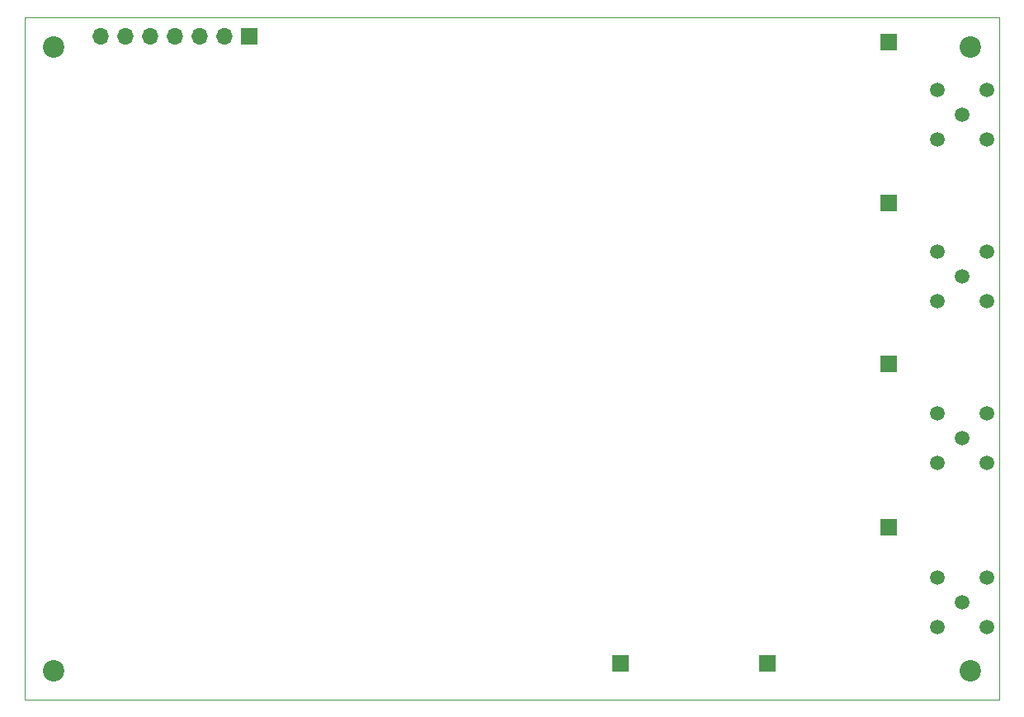
<source format=gbs>
G04 #@! TF.GenerationSoftware,KiCad,Pcbnew,(6.0.2)*
G04 #@! TF.CreationDate,2022-03-04T11:28:50+07:00*
G04 #@! TF.ProjectId,zeabus_hydrophone,7a656162-7573-45f6-9879-64726f70686f,3.1.0*
G04 #@! TF.SameCoordinates,Original*
G04 #@! TF.FileFunction,Soldermask,Bot*
G04 #@! TF.FilePolarity,Negative*
%FSLAX46Y46*%
G04 Gerber Fmt 4.6, Leading zero omitted, Abs format (unit mm)*
G04 Created by KiCad (PCBNEW (6.0.2)) date 2022-03-04 11:28:50*
%MOMM*%
%LPD*%
G01*
G04 APERTURE LIST*
G04 #@! TA.AperFunction,Profile*
%ADD10C,0.050000*%
G04 #@! TD*
%ADD11C,1.506220*%
%ADD12R,1.700000X1.700000*%
%ADD13O,1.700000X1.700000*%
%ADD14C,2.200000*%
G04 APERTURE END LIST*
D10*
X178000000Y-56000000D02*
X78000000Y-56000000D01*
X78000000Y-126000000D02*
X178000000Y-126000000D01*
X78000000Y-56000000D02*
X78000000Y-126000000D01*
X178000000Y-126000000D02*
X178000000Y-56000000D01*
D11*
X174200000Y-116000000D03*
X171660000Y-113460000D03*
X176740000Y-113460000D03*
X171660000Y-118540000D03*
X176740000Y-118540000D03*
D12*
X101040000Y-57930400D03*
D13*
X98500000Y-57930400D03*
X95960000Y-57930400D03*
X93420000Y-57930400D03*
X90880000Y-57930400D03*
X88340000Y-57930400D03*
X85800000Y-57930400D03*
D12*
X166646000Y-58540000D03*
X166646000Y-75050000D03*
X139163200Y-122294000D03*
X166646000Y-108324000D03*
D11*
X174200000Y-66000000D03*
X171660000Y-63460000D03*
X176740000Y-63460000D03*
X171660000Y-68540000D03*
X176740000Y-68540000D03*
X174200000Y-82600000D03*
X171660000Y-80060000D03*
X176740000Y-80060000D03*
X171660000Y-85140000D03*
X176740000Y-85140000D03*
X174200000Y-99200000D03*
X171660000Y-96660000D03*
X176740000Y-96660000D03*
X171660000Y-101740000D03*
X176740000Y-101740000D03*
D12*
X166646000Y-91560000D03*
X154200000Y-122294000D03*
D14*
X175000000Y-59000000D03*
X81000000Y-123000000D03*
X81000000Y-59000000D03*
X175000000Y-123000000D03*
M02*

</source>
